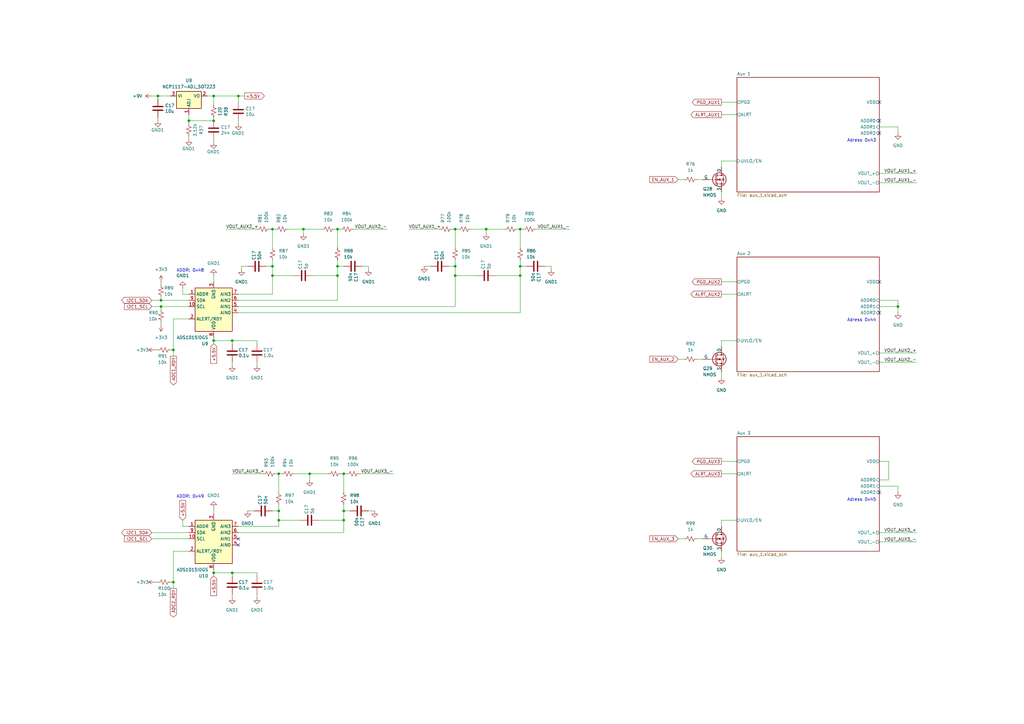
<source format=kicad_sch>
(kicad_sch (version 20230121) (generator eeschema)
  (paper "A3")
  (title_block (title "Bender 2024 Power Supply") (company "Boise State University") (comment 1 "GND  = Battery Ground") (comment 2 "GND1 = RP2040 Ground"))
  (lib_symbols
    (symbol "Analog_ADC:ADS1015IDGS"
      (property "Reference" "U" (at 2.54 13.97 0))
      (property "Value" "ADS1015IDGS" (at 7.62 11.43 0))
      (symbol "ADS1015IDGS_0_1"
        (rectangle (start -7.62 10.16) (end 7.62 -7.62) (stroke (width 0.254)) (fill (type background)))
      )
      (symbol "ADS1015IDGS_1_1"
        (pin input line (at 10.16 -5.08 180) (length 2.54) (name "ADDR") (number "1"))
        (pin input line (at 10.16 0 180) (length 2.54) (name "SCL") (number "10"))
        (pin output line (at 10.16 5.08 180) (length 2.54) (name "ALERT/RDY") (number "2"))
        (pin power_in line (at 0 -10.16 90) (length 2.54) (name "GND") (number "3"))
        (pin input line (at -10.16 2.54 0) (length 2.54) (name "AIN0") (number "4"))
        (pin input line (at -10.16 0 0) (length 2.54) (name "AIN1") (number "5"))
        (pin input line (at -10.16 -2.54 0) (length 2.54) (name "AIN2") (number "6"))
        (pin input line (at -10.16 -5.08 0) (length 2.54) (name "AIN3") (number "7"))
        (pin power_in line (at 0 12.7 270) (length 2.54) (name "VDD") (number "8"))
        (pin bidirectional line (at 10.16 -2.54 180) (length 2.54) (name "SDA") (number "9"))
      )
    )
    (symbol "Device:C" (pin_numbers hide) (pin_names (offset 0.254))
      (property "Reference" "C" (at 0.635 2.54 0))
      (property "Value" "C" (at 0.635 -2.54 0))
      (symbol "C_0_1"
        (polyline (pts (xy -2.032 -0.762) (xy 2.032 -0.762)) (stroke (width 0.508)))
        (polyline (pts (xy -2.032 0.762) (xy 2.032 0.762)) (stroke (width 0.508)))
      )
      (symbol "C_1_1"
        (pin passive line (at 0 3.81 270) (length 2.794) (name "~") (number "1"))
        (pin passive line (at 0 -3.81 90) (length 2.794) (name "~") (number "2"))
      )
    )
    (symbol "Device:R_Small_US" (pin_numbers hide) (pin_names (offset 0.254) hide)
      (property "Reference" "R" (at 0.762 0.508 0))
      (property "Value" "R_Small_US" (at 0.762 -1.016 0))
      (symbol "R_Small_US_1_1"
        (polyline (pts (xy 0 0) (xy 1.016 -0.381) (xy 0 -0.762) (xy -1.016 -1.143) (xy 0 -1.524)))
        (polyline (pts (xy 0 1.524) (xy 1.016 1.143) (xy 0 0.762) (xy -1.016 0.381) (xy 0 0)))
        (pin passive line (at 0 2.54 270) (length 1.016) (name "~") (number "1"))
        (pin passive line (at 0 -2.54 90) (length 1.016) (name "~") (number "2"))
      )
    )
    (symbol "NMOS_1" (pin_numbers hide) (pin_names (offset 0))
      (property "Reference" "Q" (at 5.08 1.27 0))
      (property "Value" "NMOS" (at 5.08 -1.27 0))
      (symbol "NMOS_1_0_1"
        (polyline (pts (xy 0.254 0) (xy -2.54 0)))
        (polyline (pts (xy 0.254 1.905) (xy 0.254 -1.905)) (stroke (width 0.254)))
        (polyline (pts (xy 0.762 -1.27) (xy 0.762 -2.286)) (stroke (width 0.254)))
        (polyline (pts (xy 0.762 0.508) (xy 0.762 -0.508)) (stroke (width 0.254)))
        (polyline (pts (xy 0.762 2.286) (xy 0.762 1.27)) (stroke (width 0.254)))
        (polyline (pts (xy 2.54 2.54) (xy 2.54 1.778)))
        (polyline (pts (xy 2.54 -2.54) (xy 2.54 0) (xy 0.762 0)))
        (polyline (pts (xy 0.762 -1.778) (xy 3.302 -1.778) (xy 3.302 1.778) (xy 0.762 1.778)))
        (polyline (pts (xy 1.016 0) (xy 2.032 0.381) (xy 2.032 -0.381) (xy 1.016 0)) (fill (type outline)))
        (polyline (pts (xy 2.794 0.508) (xy 2.921 0.381) (xy 3.683 0.381) (xy 3.81 0.254)))
        (polyline (pts (xy 3.302 0.381) (xy 2.921 -0.254) (xy 3.683 -0.254) (xy 3.302 0.381)))
        (circle (center 1.651 0) (radius 2.794) (stroke (width 0.254)))
        (circle (center 2.54 -1.778) (radius 0.254) (fill (type outline)))
        (circle (center 2.54 1.778) (radius 0.254) (fill (type outline)))
      )
      (symbol "NMOS_1_1_1"
        (pin passive line (at 2.54 5.08 270) (length 2.54) (name "D") (number "1") (alternate "" input line))
        (pin input line (at -5.08 0 0) (length 2.54) (name "G") (number "2") (alternate "" input line))
        (pin passive line (at 2.54 -5.08 90) (length 2.54) (name "S") (number "3") (alternate "" input line))
      )
    )
    (symbol "NMOS_2" (pin_numbers hide) (pin_names (offset 0))
      (property "Reference" "Q" (at 5.08 1.27 0))
      (property "Value" "NMOS" (at 5.08 -1.27 0))
      (symbol "NMOS_2_0_1"
        (polyline (pts (xy 0.254 0) (xy -2.54 0)))
        (polyline (pts (xy 0.254 1.905) (xy 0.254 -1.905)) (stroke (width 0.254)))
        (polyline (pts (xy 0.762 -1.27) (xy 0.762 -2.286)) (stroke (width 0.254)))
        (polyline (pts (xy 0.762 0.508) (xy 0.762 -0.508)) (stroke (width 0.254)))
        (polyline (pts (xy 0.762 2.286) (xy 0.762 1.27)) (stroke (width 0.254)))
        (polyline (pts (xy 2.54 2.54) (xy 2.54 1.778)))
        (polyline (pts (xy 2.54 -2.54) (xy 2.54 0) (xy 0.762 0)))
        (polyline (pts (xy 0.762 -1.778) (xy 3.302 -1.778) (xy 3.302 1.778) (xy 0.762 1.778)))
        (polyline (pts (xy 1.016 0) (xy 2.032 0.381) (xy 2.032 -0.381) (xy 1.016 0)) (fill (type outline)))
        (polyline (pts (xy 2.794 0.508) (xy 2.921 0.381) (xy 3.683 0.381) (xy 3.81 0.254)))
        (polyline (pts (xy 3.302 0.381) (xy 2.921 -0.254) (xy 3.683 -0.254) (xy 3.302 0.381)))
        (circle (center 1.651 0) (radius 2.794) (stroke (width 0.254)))
        (circle (center 2.54 -1.778) (radius 0.254) (fill (type outline)))
        (circle (center 2.54 1.778) (radius 0.254) (fill (type outline)))
      )
      (symbol "NMOS_2_1_1"
        (pin passive line (at 2.54 5.08 270) (length 2.54) (name "D") (number "1") (alternate "" input line))
        (pin input line (at -5.08 0 0) (length 2.54) (name "G") (number "2") (alternate "" input line))
        (pin passive line (at 2.54 -5.08 90) (length 2.54) (name "S") (number "3") (alternate "" input line))
      )
    )
    (symbol "Regulator_Linear:NCP1117-ADJ_SOT223"
      (property "Reference" "U" (at -3.81 3.175 0))
      (property "Value" "NCP1117-ADJ_SOT223" (at 0 3.175 0))
      (symbol "NCP1117-ADJ_SOT223_0_1"
        (rectangle (start -5.08 -5.08) (end 5.08 1.905) (stroke (width 0.254)) (fill (type background)))
      )
      (symbol "NCP1117-ADJ_SOT223_1_1"
        (pin input line (at 0 -7.62 90) (length 2.54) (name "ADJ") (number "1"))
        (pin power_out line (at 7.62 0 180) (length 2.54) (name "VO") (number "2"))
        (pin power_in line (at -7.62 0 0) (length 2.54) (name "VI") (number "3"))
      )
    )
    (symbol "Simulation_SPICE:NMOS" (pin_numbers hide) (pin_names (offset 0))
      (property "Reference" "Q" (at 5.08 1.27 0))
      (property "Value" "NMOS" (at 5.08 -1.27 0))
      (symbol "NMOS_0_1"
        (polyline (pts (xy 0.254 0) (xy -2.54 0)))
        (polyline (pts (xy 0.254 1.905) (xy 0.254 -1.905)) (stroke (width 0.254)))
        (polyline (pts (xy 0.762 -1.27) (xy 0.762 -2.286)) (stroke (width 0.254)))
        (polyline (pts (xy 0.762 0.508) (xy 0.762 -0.508)) (stroke (width 0.254)))
        (polyline (pts (xy 0.762 2.286) (xy 0.762 1.27)) (stroke (width 0.254)))
        (polyline (pts (xy 2.54 2.54) (xy 2.54 1.778)))
        (polyline (pts (xy 2.54 -2.54) (xy 2.54 0) (xy 0.762 0)))
        (polyline (pts (xy 0.762 -1.778) (xy 3.302 -1.778) (xy 3.302 1.778) (xy 0.762 1.778)))
        (polyline (pts (xy 1.016 0) (xy 2.032 0.381) (xy 2.032 -0.381) (xy 1.016 0)) (fill (type outline)))
        (polyline (pts (xy 2.794 0.508) (xy 2.921 0.381) (xy 3.683 0.381) (xy 3.81 0.254)))
        (polyline (pts (xy 3.302 0.381) (xy 2.921 -0.254) (xy 3.683 -0.254) (xy 3.302 0.381)))
        (circle (center 1.651 0) (radius 2.794) (stroke (width 0.254)))
        (circle (center 2.54 -1.778) (radius 0.254) (fill (type outline)))
        (circle (center 2.54 1.778) (radius 0.254) (fill (type outline)))
      )
      (symbol "NMOS_1_1"
        (pin passive line (at 2.54 5.08 270) (length 2.54) (name "D") (number "1") (alternate "" input line))
        (pin input line (at -5.08 0 0) (length 2.54) (name "G") (number "2") (alternate "" input line))
        (pin passive line (at 2.54 -5.08 90) (length 2.54) (name "S") (number "3") (alternate "" input line))
      )
    )
    (symbol "power:+3V3" (power) (pin_names (offset 0))
      (property "Value" "+3V3" (at 0 3.556 0))
      (symbol "+3V3_0_1"
        (polyline (pts (xy -0.762 1.27) (xy 0 2.54)))
        (polyline (pts (xy 0 0) (xy 0 2.54)))
        (polyline (pts (xy 0 2.54) (xy 0.762 1.27)))
      )
      (symbol "+3V3_1_1"
        (pin power_in line (at 0 0 90) (length 0) hide (name "+3V3") (number "1"))
      )
    )
    (symbol "power:+9V" (power) (pin_names (offset 0))
      (property "Value" "+9V" (at 0 3.556 0))
      (symbol "+9V_0_1"
        (polyline (pts (xy -0.762 1.27) (xy 0 2.54)))
        (polyline (pts (xy 0 0) (xy 0 2.54)))
        (polyline (pts (xy 0 2.54) (xy 0.762 1.27)))
      )
      (symbol "+9V_1_1"
        (pin power_in line (at 0 0 90) (length 0) hide (name "+9V") (number "1"))
      )
    )
    (symbol "power:GND" (power) (pin_names (offset 0))
      (property "Value" "GND" (at 0 -3.81 0))
      (symbol "GND_0_1"
        (polyline (pts (xy 0 0) (xy 0 -1.27) (xy 1.27 -1.27) (xy 0 -2.54) (xy -1.27 -1.27) (xy 0 -1.27)))
      )
      (symbol "GND_1_1"
        (pin power_in line (at 0 0 270) (length 0) hide (name "GND") (number "1"))
      )
    )
    (symbol "power:GND1" (power) (pin_names (offset 0))
      (property "Value" "GND1" (at 0 -3.81 0))
      (symbol "GND1_0_1"
        (polyline (pts (xy 0 0) (xy 0 -1.27) (xy 1.27 -1.27) (xy 0 -2.54) (xy -1.27 -1.27) (xy 0 -1.27)))
      )
      (symbol "GND1_1_1"
        (pin power_in line (at 0 0 270) (length 0) hide (name "GND1") (number "1"))
      )
    )
  )
  (junction (at 64.77 39.37))
  (junction (at 114.3 209.55))
  (junction (at 213.36 113.03))
  (junction (at 213.36 93.98))
  (junction (at 213.36 109.22))
  (junction (at 186.69 113.03))
  (junction (at 114.3 194.31))
  (junction (at 111.76 113.03))
  (junction (at 71.12 238.76))
  (junction (at 186.69 109.22))
  (junction (at 95.25 139.7))
  (junction (at 87.63 139.7))
  (junction (at 87.63 49.53))
  (junction (at 111.76 109.22))
  (junction (at 124.46 93.98))
  (junction (at 97.79 39.37))
  (junction (at 186.69 93.98))
  (junction (at 66.04 123.19))
  (junction (at 95.25 234.95))
  (junction (at 111.76 93.98))
  (junction (at 77.47 49.53))
  (junction (at 87.63 234.95))
  (junction (at 127 194.31))
  (junction (at 114.3 213.36))
  (junction (at 140.97 213.36))
  (junction (at 138.43 109.22))
  (junction (at 199.39 93.98))
  (junction (at 140.97 209.55))
  (junction (at 71.12 143.51))
  (junction (at 87.63 39.37))
  (junction (at 138.43 93.98))
  (junction (at 368.3 125.73))
  (junction (at 138.43 113.03))
  (junction (at 140.97 194.31))
  (junction (at 66.04 125.73))
  (no_connect (at 360.68 128.27))
  (no_connect (at 360.68 115.57))
  (no_connect (at 360.68 54.61))
  (no_connect (at 97.79 223.52))
  (no_connect (at 97.79 220.98))
  (no_connect (at 360.68 49.53))
  (no_connect (at 360.68 41.91))
  (no_connect (at 360.68 201.93))
  (wire (pts (xy 186.69 93.98) (xy 186.69 101.6)))
  (wire (pts (xy 87.63 115.57) (xy 87.63 113.03)))
  (wire (pts (xy 74.93 118.11) (xy 74.93 120.65)))
  (wire (pts (xy 87.63 210.82) (xy 87.63 208.28)))
  (wire (pts (xy 186.69 113.03) (xy 195.58 113.03)))
  (wire (pts (xy 105.41 148.59) (xy 105.41 149.86)))
  (wire (pts (xy 77.47 120.65) (xy 74.93 120.65)))
  (wire (pts (xy 62.23 220.98) (xy 77.47 220.98)))
  (wire (pts (xy 77.47 46.99) (xy 77.47 49.53)))
  (wire (pts (xy 186.69 106.68) (xy 186.69 109.22)))
  (wire (pts (xy 66.04 125.73) (xy 62.23 125.73)))
  (wire (pts (xy 128.27 113.03) (xy 138.43 113.03)))
  (wire (pts (xy 360.68 52.07) (xy 368.3 52.07)))
  (wire (pts (xy 295.91 78.74) (xy 295.91 81.28)))
  (wire (pts (xy 295.91 213.36) (xy 302.26 213.36)))
  (wire (pts (xy 138.43 109.22) (xy 138.43 113.03)))
  (wire (pts (xy 219.71 93.98) (xy 233.68 93.98)))
  (wire (pts (xy 87.63 234.95) (xy 95.25 234.95)))
  (wire (pts (xy 140.97 213.36) (xy 140.97 218.44)))
  (wire (pts (xy 87.63 234.95) (xy 87.63 233.68)))
  (wire (pts (xy 71.12 238.76) (xy 71.12 226.06)))
  (wire (pts (xy 278.13 220.98) (xy 280.67 220.98)))
  (wire (pts (xy 295.91 139.7) (xy 295.91 142.24)))
  (wire (pts (xy 213.36 109.22) (xy 213.36 113.03)))
  (wire (pts (xy 295.91 66.04) (xy 295.91 68.58)))
  (wire (pts (xy 111.76 93.98) (xy 111.76 101.6)))
  (wire (pts (xy 87.63 140.97) (xy 87.63 139.7)))
  (wire (pts (xy 111.76 113.03) (xy 111.76 120.65)))
  (wire (pts (xy 97.79 39.37) (xy 97.79 41.91)))
  (wire (pts (xy 95.25 234.95) (xy 95.25 236.22)))
  (wire (pts (xy 77.47 125.73) (xy 66.04 125.73)))
  (wire (pts (xy 140.97 194.31) (xy 140.97 201.93)))
  (wire (pts (xy 167.64 93.98) (xy 180.34 93.98)))
  (wire (pts (xy 127 196.85) (xy 127 194.31)))
  (wire (pts (xy 87.63 49.53) (xy 77.47 49.53)))
  (wire (pts (xy 360.68 144.78) (xy 375.92 144.78)))
  (wire (pts (xy 213.36 93.98) (xy 213.36 101.6)))
  (wire (pts (xy 360.68 189.23) (xy 364.49 189.23)))
  (wire (pts (xy 111.76 109.22) (xy 111.76 113.03)))
  (wire (pts (xy 212.09 93.98) (xy 213.36 93.98)))
  (wire (pts (xy 95.25 194.31) (xy 107.95 194.31)))
  (wire (pts (xy 114.3 209.55) (xy 114.3 213.36)))
  (wire (pts (xy 226.06 109.22) (xy 223.52 109.22)))
  (wire (pts (xy 71.12 146.05) (xy 71.12 143.51)))
  (wire (pts (xy 144.78 93.98) (xy 158.75 93.98)))
  (wire (pts (xy 124.46 93.98) (xy 118.11 93.98)))
  (wire (pts (xy 368.3 123.19) (xy 368.3 125.73)))
  (wire (pts (xy 114.3 194.31) (xy 115.57 194.31)))
  (wire (pts (xy 77.47 123.19) (xy 66.04 123.19)))
  (wire (pts (xy 130.81 213.36) (xy 140.97 213.36)))
  (wire (pts (xy 138.43 113.03) (xy 138.43 123.19)))
  (wire (pts (xy 113.03 194.31) (xy 114.3 194.31)))
  (wire (pts (xy 87.63 236.22) (xy 87.63 234.95)))
  (wire (pts (xy 199.39 93.98) (xy 207.01 93.98)))
  (wire (pts (xy 213.36 106.68) (xy 213.36 109.22)))
  (wire (pts (xy 111.76 106.68) (xy 111.76 109.22)))
  (wire (pts (xy 99.06 109.22) (xy 101.6 109.22)))
  (wire (pts (xy 71.12 130.81) (xy 77.47 130.81)))
  (wire (pts (xy 139.7 194.31) (xy 140.97 194.31)))
  (wire (pts (xy 360.68 218.44) (xy 375.92 218.44)))
  (wire (pts (xy 138.43 106.68) (xy 138.43 109.22)))
  (wire (pts (xy 368.3 199.39) (xy 368.3 201.93)))
  (wire (pts (xy 71.12 143.51) (xy 69.85 143.51)))
  (wire (pts (xy 66.04 115.57) (xy 66.04 116.84)))
  (wire (pts (xy 87.63 39.37) (xy 87.63 43.18)))
  (wire (pts (xy 186.69 109.22) (xy 186.69 113.03)))
  (wire (pts (xy 95.25 139.7) (xy 105.41 139.7)))
  (wire (pts (xy 111.76 120.65) (xy 97.79 120.65)))
  (wire (pts (xy 213.36 109.22) (xy 215.9 109.22)))
  (wire (pts (xy 151.13 109.22) (xy 151.13 110.49)))
  (wire (pts (xy 109.22 109.22) (xy 111.76 109.22)))
  (wire (pts (xy 186.69 93.98) (xy 187.96 93.98)))
  (wire (pts (xy 173.99 109.22) (xy 176.53 109.22)))
  (wire (pts (xy 87.63 57.15) (xy 87.63 58.42)))
  (wire (pts (xy 368.3 125.73) (xy 368.3 128.27)))
  (wire (pts (xy 64.77 238.76) (xy 63.5 238.76)))
  (wire (pts (xy 97.79 128.27) (xy 213.36 128.27)))
  (wire (pts (xy 105.41 234.95) (xy 105.41 236.22)))
  (wire (pts (xy 92.71 93.98) (xy 105.41 93.98)))
  (wire (pts (xy 87.63 139.7) (xy 87.63 138.43)))
  (wire (pts (xy 186.69 125.73) (xy 97.79 125.73)))
  (wire (pts (xy 186.69 113.03) (xy 186.69 125.73)))
  (wire (pts (xy 114.3 194.31) (xy 114.3 201.93)))
  (wire (pts (xy 140.97 209.55) (xy 140.97 213.36)))
  (wire (pts (xy 71.12 238.76) (xy 69.85 238.76)))
  (wire (pts (xy 97.79 39.37) (xy 100.33 39.37)))
  (wire (pts (xy 74.93 213.36) (xy 74.93 215.9)))
  (wire (pts (xy 364.49 189.23) (xy 364.49 196.85)))
  (wire (pts (xy 87.63 39.37) (xy 97.79 39.37)))
  (wire (pts (xy 77.47 215.9) (xy 74.93 215.9)))
  (wire (pts (xy 114.3 213.36) (xy 114.3 215.9)))
  (wire (pts (xy 213.36 113.03) (xy 213.36 128.27)))
  (wire (pts (xy 137.16 93.98) (xy 138.43 93.98)))
  (wire (pts (xy 124.46 95.885) (xy 124.46 93.98)))
  (wire (pts (xy 62.23 218.44) (xy 77.47 218.44)))
  (wire (pts (xy 148.59 109.22) (xy 151.13 109.22)))
  (wire (pts (xy 185.42 93.98) (xy 186.69 93.98)))
  (wire (pts (xy 140.97 207.01) (xy 140.97 209.55)))
  (wire (pts (xy 147.32 194.31) (xy 161.29 194.31)))
  (wire (pts (xy 140.97 194.31) (xy 142.24 194.31)))
  (wire (pts (xy 285.75 147.32) (xy 288.29 147.32)))
  (wire (pts (xy 95.25 234.95) (xy 105.41 234.95)))
  (wire (pts (xy 138.43 109.22) (xy 140.97 109.22)))
  (wire (pts (xy 360.68 74.93) (xy 375.92 74.93)))
  (wire (pts (xy 111.76 209.55) (xy 114.3 209.55)))
  (wire (pts (xy 138.43 93.98) (xy 139.7 93.98)))
  (wire (pts (xy 278.13 147.32) (xy 280.67 147.32)))
  (wire (pts (xy 97.79 123.19) (xy 138.43 123.19)))
  (wire (pts (xy 66.04 125.73) (xy 66.04 127)))
  (wire (pts (xy 360.68 199.39) (xy 368.3 199.39)))
  (wire (pts (xy 127 194.31) (xy 134.62 194.31)))
  (wire (pts (xy 295.91 120.65) (xy 302.26 120.65)))
  (wire (pts (xy 295.91 213.36) (xy 295.91 215.9)))
  (wire (pts (xy 97.79 49.53) (xy 97.79 50.8)))
  (wire (pts (xy 360.68 125.73) (xy 368.3 125.73)))
  (wire (pts (xy 77.47 49.53) (xy 77.47 50.8)))
  (wire (pts (xy 95.25 243.84) (xy 95.25 245.11)))
  (wire (pts (xy 368.3 52.07) (xy 368.3 54.61)))
  (wire (pts (xy 295.91 152.4) (xy 295.91 154.94)))
  (wire (pts (xy 66.04 123.19) (xy 62.23 123.19)))
  (wire (pts (xy 87.63 139.7) (xy 95.25 139.7)))
  (wire (pts (xy 99.06 110.49) (xy 99.06 109.22)))
  (wire (pts (xy 295.91 66.04) (xy 302.26 66.04)))
  (wire (pts (xy 114.3 207.01) (xy 114.3 209.55)))
  (wire (pts (xy 71.12 226.06) (xy 77.47 226.06)))
  (wire (pts (xy 71.12 241.3) (xy 71.12 238.76)))
  (wire (pts (xy 199.39 93.98) (xy 193.04 93.98)))
  (wire (pts (xy 295.91 46.99) (xy 302.26 46.99)))
  (wire (pts (xy 295.91 189.23) (xy 302.26 189.23)))
  (wire (pts (xy 203.2 113.03) (xy 213.36 113.03)))
  (wire (pts (xy 360.68 71.12) (xy 375.92 71.12)))
  (wire (pts (xy 199.39 95.885) (xy 199.39 93.98)))
  (wire (pts (xy 111.76 93.98) (xy 113.03 93.98)))
  (wire (pts (xy 295.91 194.31) (xy 302.26 194.31)))
  (wire (pts (xy 184.15 109.22) (xy 186.69 109.22)))
  (wire (pts (xy 64.77 48.26) (xy 64.77 49.53)))
  (wire (pts (xy 66.04 132.08) (xy 66.04 133.35)))
  (wire (pts (xy 95.25 148.59) (xy 95.25 149.86)))
  (wire (pts (xy 295.91 139.7) (xy 302.26 139.7)))
  (wire (pts (xy 105.41 243.84) (xy 105.41 245.11)))
  (wire (pts (xy 151.13 209.55) (xy 153.67 209.55)))
  (wire (pts (xy 360.68 222.25) (xy 375.92 222.25)))
  (wire (pts (xy 140.97 209.55) (xy 143.51 209.55)))
  (wire (pts (xy 295.91 115.57) (xy 302.26 115.57)))
  (wire (pts (xy 364.49 196.85) (xy 360.68 196.85)))
  (wire (pts (xy 295.91 41.91) (xy 302.26 41.91)))
  (wire (pts (xy 64.77 39.37) (xy 64.77 40.64)))
  (wire (pts (xy 295.91 226.06) (xy 295.91 228.6)))
  (wire (pts (xy 114.3 215.9) (xy 97.79 215.9)))
  (wire (pts (xy 64.77 143.51) (xy 63.5 143.51)))
  (wire (pts (xy 226.06 110.49) (xy 226.06 109.22)))
  (wire (pts (xy 213.36 93.98) (xy 214.63 93.98)))
  (wire (pts (xy 95.25 139.7) (xy 95.25 140.97)))
  (wire (pts (xy 71.12 143.51) (xy 71.12 130.81)))
  (wire (pts (xy 114.3 213.36) (xy 123.19 213.36)))
  (wire (pts (xy 138.43 93.98) (xy 138.43 101.6)))
  (wire (pts (xy 285.75 220.98) (xy 288.29 220.98)))
  (wire (pts (xy 77.47 55.88) (xy 77.47 57.15)))
  (wire (pts (xy 124.46 93.98) (xy 132.08 93.98)))
  (wire (pts (xy 111.76 113.03) (xy 120.65 113.03)))
  (wire (pts (xy 127 194.31) (xy 120.65 194.31)))
  (wire (pts (xy 85.09 39.37) (xy 87.63 39.37)))
  (wire (pts (xy 62.23 39.37) (xy 64.77 39.37)))
  (wire (pts (xy 101.6 209.55) (xy 104.14 209.55)))
  (wire (pts (xy 278.13 73.66) (xy 280.67 73.66)))
  (wire (pts (xy 285.75 73.66) (xy 288.29 73.66)))
  (wire (pts (xy 97.79 218.44) (xy 140.97 218.44)))
  (wire (pts (xy 360.68 123.19) (xy 368.3 123.19)))
  (wire (pts (xy 360.68 148.59) (xy 375.92 148.59)))
  (wire (pts (xy 64.77 39.37) (xy 69.85 39.37)))
  (wire (pts (xy 66.04 121.92) (xy 66.04 123.19)))
  (wire (pts (xy 110.49 93.98) (xy 111.76 93.98)))
  (wire (pts (xy 105.41 139.7) (xy 105.41 140.97)))
  (wire (pts (xy 87.63 48.26) (xy 87.63 49.53)))
  (text "ADDR: 0x49" (at 72.39 204.47 0) (effects (font (size 1.27 1.27)) (justify left bottom)))
  (text "Adress 0x45" (at 359.41 205.74 0) (effects (font (size 1.27 1.27)) (justify right bottom)))
  (text "ADDR: 0x48" (at 72.39 111.76 0) (effects (font (size 1.27 1.27)) (justify left bottom)))
  (text "Adress 0x43" (at 359.41 58.42 0) (effects (font (size 1.27 1.27)) (justify right bottom)))
  (text "Adress 0x44" (at 359.41 132.08 0) (effects (font (size 1.27 1.27)) (justify right bottom)))
  (label "VOUT_AUX1_+" (at 375.92 71.12 180))
  (label "VOUT_AUX2_+" (at 375.92 144.78 180))
  (label "VOUT_AUX3_+" (at 95.25 194.31 0))
  (label "VOUT_AUX1_-" (at 233.68 93.98 180))
  (label "VOUT_AUX3_-" (at 161.29 194.31 180))
  (label "VOUT_AUX1_+" (at 167.64 93.98 0))
  (label "VOUT_AUX2_-" (at 375.92 148.59 180))
  (label "VOUT_AUX1_-" (at 375.92 74.93 180))
  (label "VOUT_AUX3_+" (at 375.92 218.44 180))
  (label "VOUT_AUX2_+" (at 92.71 93.98 0))
  (label "VOUT_AUX2_-" (at 158.75 93.98 180))
  (label "VOUT_AUX3_-" (at 375.92 222.25 180))
  (global_label "ALRT_AUX3" (shape output) (at 295.91 194.31 180) (property "Intersheetrefs" "${INTERSHEET_REFS}" (effects hide)))
  (global_label "PGD_AUX1" (shape output) (at 295.91 41.91 180) (property "Intersheetrefs" "${INTERSHEET_REFS}" (effects hide)))
  (global_label "PGD_AUX2" (shape output) (at 295.91 115.57 180) (property "Intersheetrefs" "${INTERSHEET_REFS}" (effects hide)))
  (global_label "PGD_AUX3" (shape output) (at 295.91 189.23 180) (property "Intersheetrefs" "${INTERSHEET_REFS}" (effects hide)))
  (global_label "EN_AUX_2" (shape input) (at 278.13 147.32 180) (property "Intersheetrefs" "${INTERSHEET_REFS}" (effects hide)))
  (global_label "ADC1_RDY" (shape output) (at 71.12 146.05 270) (property "Intersheetrefs" "${INTERSHEET_REFS}" (effects hide)))
  (global_label "I2C1_SDA" (shape bidirectional) (at 62.23 218.44 180) (property "Intersheetrefs" "${INTERSHEET_REFS}" (effects hide)))
  (global_label "ADC2_RDY" (shape output) (at 71.12 241.3 270) (property "Intersheetrefs" "${INTERSHEET_REFS}" (effects hide)))
  (global_label "+5.5V" (shape input) (at 87.63 236.22 270) (property "Intersheetrefs" "${INTERSHEET_REFS}" (effects hide)))
  (global_label "+5.5V" (shape input) (at 87.63 140.97 270) (property "Intersheetrefs" "${INTERSHEET_REFS}" (effects hide)))
  (global_label "+5.5V" (shape output) (at 100.33 39.37 0) (property "Intersheetrefs" "${INTERSHEET_REFS}" (effects hide)))
  (global_label "I2C1_SCL" (shape input) (at 62.23 125.73 180) (property "Intersheetrefs" "${INTERSHEET_REFS}" (effects hide)))
  (global_label "EN_AUX_3" (shape input) (at 278.13 220.98 180) (property "Intersheetrefs" "${INTERSHEET_REFS}" (effects hide)))
  (global_label "+5.5V" (shape input) (at 74.93 213.36 90) (property "Intersheetrefs" "${INTERSHEET_REFS}" (effects hide)))
  (global_label "ALRT_AUX2" (shape output) (at 295.91 120.65 180) (property "Intersheetrefs" "${INTERSHEET_REFS}" (effects hide)))
  (global_label "I2C1_SDA" (shape bidirectional) (at 62.23 123.19 180) (property "Intersheetrefs" "${INTERSHEET_REFS}" (effects hide)))
  (global_label "I2C1_SCL" (shape input) (at 62.23 220.98 180) (property "Intersheetrefs" "${INTERSHEET_REFS}" (effects hide)))
  (global_label "ALRT_AUX1" (shape output) (at 295.91 46.99 180) (property "Intersheetrefs" "${INTERSHEET_REFS}" (effects hide)))
  (global_label "EN_AUX_1" (shape input) (at 278.13 73.66 180) (property "Intersheetrefs" "${INTERSHEET_REFS}" (effects hide)))
  (symbol (lib_id "power:GND1") (at 151.13 110.49 0) (unit 1)
    (property "Reference" "#PWR0129" (effects hide))
    (property "Value" "GND1" (at 151.13 115.57 0))
  )
  (symbol (lib_id "Device:C") (at 144.78 109.22 270) (unit 1)
    (property "Reference" "C17" (at 146.05 111.76 0) (effects (justify left)))
    (property "Value" "50n" (at 143.7386 111.76 0) (effects (justify left)))
    (property "Footprint" "Capacitor_SMD:C_0402_1005Metric" (effects hide))
    (instances (project "RP2040_minimal" (path "" (reference "C17") (unit 1))) (project "2023-24_Power_Supply" (path "" (reference "C36") (unit 1)) (path "" (reference "C53") (unit 1))))
  )
  (symbol (lib_id "power:GND1") (at 105.41 149.86 0) (unit 1)
    (property "Reference" "#PWR0135" (effects hide))
    (property "Value" "GND1" (at 105.41 154.94 0))
  )
  (symbol (lib_id "Device:R_Small_US") (at 107.95 93.98 90) (unit 1)
    (property "Reference" "R81" (at 106.68 91.44 0) (effects (justify left)))
    (property "Value" "100k" (at 109.22 91.44 0) (effects (justify left)))
    (property "Footprint" "Resistor_SMD:R_0603_1608Metric" (effects hide))
  )
  (symbol (lib_id "power:GND") (at 295.91 228.6 0) (unit 1)
    (property "Reference" "#PWR034" (effects hide))
    (property "Value" "GND" (at 295.91 233.68 0))
    (instances (project "2023-24_Power_Supply" (path "" (reference "#PWR034") (unit 1)) (path "" (reference "#PWR0142") (unit 1))))
  )
  (symbol (lib_id "power:+3V3") (at 63.5 143.51 90) (unit 1)
    (property "Reference" "#PWR011" (effects hide))
    (property "Value" "+3V3" (at 58.42 143.51 90))
    (instances (project "2023-24_Power_Supply" (path "" (reference "#PWR011") (unit 1)) (path "" (reference "#PWR0133") (unit 1))))
  )
  (symbol (lib_id "Device:R_Small_US") (at 186.69 104.14 180) (unit 1)
    (property "Reference" "R85" (at 189.23 102.87 0) (effects (justify right)))
    (property "Value" "10k" (at 189.23 105.41 0) (effects (justify right)))
    (property "Footprint" "Resistor_SMD:R_0603_1608Metric" (effects hide))
  )
  (symbol (lib_id "Device:R_Small_US") (at 67.31 238.76 270) (unit 1)
    (property "Reference" "R100" (at 64.77 241.3 90) (effects (justify left)))
    (property "Value" "10k" (at 64.77 243.84 90) (effects (justify left)))
    (property "Footprint" "Resistor_SMD:R_0603_1608Metric" (effects hide))
  )
  (symbol (lib_id "Simulation_SPICE:NMOS") (at 293.37 220.98 0) (unit 1)
    (property "Reference" "Q30" (at 288.29 224.79 0) (effects (justify left)))
    (property "Value" "NMOS" (at 288.29 227.33 0) (effects (justify left)))
    (property "Footprint" "Package_TO_SOT_SMD:SOT-23-3" (effects hide))
    (property "Datasheet" "https://www.mouser.com/datasheet/2/916/2N7002NXAK-1623722.pdf" (effects hide))
    (property "Sim.Device" "NMOS" (effects hide))
    (property "Sim.Type" "VDMOS" (effects hide))
    (property "Sim.Pins" "1=G 2=S 3=D" (effects hide))
    (property "MPN" "2N7002NXAKR" (effects hide))
    (property "Manufacturer" "Nexperia" (effects hide))
    (pin "3" (alternate "D"))
    (pin "2" (alternate "S"))
    (pin "1" (alternate "G"))
  )
  (symbol (lib_id "Device:C") (at 199.39 113.03 90) (unit 1)
    (property "Reference" "C17" (at 198.12 110.49 0) (effects (justify left)))
    (property "Value" "5p" (at 200.4314 110.49 0) (effects (justify left)))
    (property "Footprint" "Capacitor_SMD:C_0402_1005Metric" (effects hide))
    (instances (project "RP2040_minimal" (path "" (reference "C17") (unit 1))) (project "2023-24_Power_Supply" (path "" (reference "C36") (unit 1)) (path "" (reference "C54") (unit 1))))
  )
  (symbol (lib_id "Device:C") (at 105.41 109.22 90) (unit 1)
    (property "Reference" "C17" (at 104.14 106.68 0) (effects (justify left)))
    (property "Value" "50n" (at 106.4514 106.68 0) (effects (justify left)))
    (property "Footprint" "Capacitor_SMD:C_0402_1005Metric" (effects hide))
    (instances (project "RP2040_minimal" (path "" (reference "C17") (unit 1))) (project "2023-24_Power_Supply" (path "" (reference "C36") (unit 1)) (path "" (reference "C52") (unit 1))))
  )
  (symbol (lib_id "power:GND") (at 368.3 201.93 0) (unit 1)
    (property "Reference" "#PWR0115" (effects hide))
    (property "Value" "GND" (at 368.3 207.01 0))
    (instances (project "2023-24_Power_Supply" (path "" (reference "#PWR0115") (unit 1)) (path "" (reference "#PWR0138") (unit 1))))
  )
  (symbol (lib_id "Device:R_Small_US") (at 213.36 104.14 180) (unit 1)
    (property "Reference" "R86" (at 215.9 102.87 0) (effects (justify right)))
    (property "Value" "10k" (at 215.9 105.41 0) (effects (justify right)))
    (property "Footprint" "Resistor_SMD:R_0603_1608Metric" (effects hide))
  )
  (symbol (lib_id "Device:R_Small_US") (at 283.21 147.32 90) (unit 1)
    (property "Reference" "R92" (at 283.21 140.97 90))
    (property "Value" "1k" (at 283.21 143.51 90))
    (property "Footprint" "Resistor_SMD:R_0603_1608Metric" (effects hide))
  )
  (symbol (lib_id "Device:R_Small_US") (at 283.21 220.98 90) (unit 1)
    (property "Reference" "R99" (at 283.21 214.63 90))
    (property "Value" "1k" (at 283.21 217.17 90))
    (property "Footprint" "Resistor_SMD:R_0603_1608Metric" (effects hide))
  )
  (symbol (lib_id "power:GND1") (at 127 196.85 0) (unit 1)
    (property "Reference" "#PWR0137" (effects hide))
    (property "Value" "GND1" (at 127 201.93 0))
  )
  (symbol (lib_name "NMOS_1") (lib_id "Simulation_SPICE:NMOS") (at 293.37 73.66 0) (unit 1)
    (property "Reference" "Q28" (at 288.29 77.47 0) (effects (justify left)))
    (property "Value" "NMOS" (at 288.29 80.01 0) (effects (justify left)))
    (property "Footprint" "Package_TO_SOT_SMD:SOT-23-3" (effects hide))
    (property "Datasheet" "https://www.mouser.com/datasheet/2/916/2N7002NXAK-1623722.pdf" (effects hide))
    (property "Sim.Device" "NMOS" (effects hide))
    (property "Sim.Type" "VDMOS" (effects hide))
    (property "Sim.Pins" "1=G 2=S 3=D" (effects hide))
    (property "MPN" "2N7002NXAKR" (effects hide))
    (property "Manufacturer" "Nexperia" (effects hide))
    (pin "3" (alternate "D"))
    (pin "2" (alternate "S"))
    (pin "1" (alternate "G"))
  )
  (symbol (lib_id "Device:C") (at 105.41 144.78 0) (unit 1)
    (property "Reference" "C17" (at 107.95 143.51 0) (effects (justify left)))
    (property "Value" "1.0u" (at 107.95 145.8214 0) (effects (justify left)))
    (property "Footprint" "Capacitor_SMD:C_0402_1005Metric" (effects hide))
    (instances (project "RP2040_minimal" (path "" (reference "C17") (unit 1))) (project "2023-24_Power_Supply" (path "" (reference "C36") (unit 1)) (path "" (reference "C57") (unit 1))))
  )
  (symbol (lib_id "Device:R_Small_US") (at 138.43 104.14 180) (unit 1)
    (property "Reference" "R88" (at 140.97 102.87 0) (effects (justify right)))
    (property "Value" "10k" (at 140.97 105.41 0) (effects (justify right)))
    (property "Footprint" "Resistor_SMD:R_0603_1608Metric" (effects hide))
  )
  (symbol (lib_id "Device:C") (at 97.79 45.72 0) (unit 1)
    (property "Reference" "C17" (at 100.711 44.5516 0) (effects (justify left)))
    (property "Value" "10u" (at 100.711 46.863 0) (effects (justify left)))
    (property "Footprint" "Capacitor_SMD:C_0805_2012Metric" (effects hide))
    (property "Datasheet" "https://www.mouser.com/datasheet/2/447/KEM_C1006_X5R_SMD-3316465.pdf" (effects hide))
    (property "MPN" "C0805C106K3PAC7210" (effects hide))
    (property "Manufacturer" "Kemet" (effects hide))
    (instances (project "RP2040_minimal" (path "" (reference "C17") (unit 1))) (project "2023-24_Power_Supply" (path "" (reference "C38") (unit 1)) (path "" (reference "C48") (unit 1))))
  )
  (symbol (lib_id "Device:R_Small_US") (at 144.78 194.31 90) (unit 1)
    (property "Reference" "R96" (at 144.78 187.96 90))
    (property "Value" "100k" (at 144.78 190.5 90))
    (property "Footprint" "Resistor_SMD:R_0603_1608Metric" (effects hide))
  )
  (symbol (lib_id "power:GND1") (at 105.41 245.11 0) (unit 1)
    (property "Reference" "#PWR0145" (effects hide))
    (property "Value" "GND1" (at 105.41 250.19 0))
  )
  (symbol (lib_id "Device:R_Small_US") (at 67.31 143.51 270) (unit 1)
    (property "Reference" "R91" (at 64.77 146.05 90) (effects (justify left)))
    (property "Value" "10k" (at 64.77 148.59 90) (effects (justify left)))
    (property "Footprint" "Resistor_SMD:R_0603_1608Metric" (effects hide))
  )
  (symbol (lib_id "power:GND1") (at 97.79 50.8 0) (unit 1)
    (property "Reference" "#PWR086" (effects hide))
    (property "Value" "GND1" (at 100.33 54.61 0) (effects (justify right)))
    (instances (project "2023-24_Power_Supply" (path "" (reference "#PWR086") (unit 1)) (path "" (reference "#PWR0117") (unit 1))))
  )
  (symbol (lib_id "Device:C") (at 107.95 209.55 90) (unit 1)
    (property "Reference" "C17" (at 106.68 207.01 0) (effects (justify left)))
    (property "Value" "50n" (at 108.9914 207.01 0) (effects (justify left)))
    (property "Footprint" "Capacitor_SMD:C_0402_1005Metric" (effects hide))
    (instances (project "RP2040_minimal" (path "" (reference "C17") (unit 1))) (project "2023-24_Power_Supply" (path "" (reference "C36") (unit 1)) (path "" (reference "C58") (unit 1))))
  )
  (symbol (lib_id "Device:R_Small_US") (at 142.24 93.98 90) (unit 1)
    (property "Reference" "R84" (at 142.24 87.63 90))
    (property "Value" "100k" (at 142.24 90.17 90))
    (property "Footprint" "Resistor_SMD:R_0603_1608Metric" (effects hide))
  )
  (symbol (lib_id "power:GND") (at 368.3 128.27 0) (unit 1)
    (property "Reference" "#PWR0115" (effects hide))
    (property "Value" "GND" (at 368.3 133.35 0))
    (instances (project "2023-24_Power_Supply" (path "" (reference "#PWR0115") (unit 1)) (path "" (reference "#PWR0131") (unit 1))))
  )
  (symbol (lib_id "Device:R_Small_US") (at 134.62 93.98 90) (unit 1)
    (property "Reference" "R83" (at 134.62 87.63 90))
    (property "Value" "10k" (at 134.62 90.17 90))
    (property "Footprint" "Resistor_SMD:R_0603_1608Metric" (effects hide))
  )
  (symbol (lib_id "power:GND1") (at 74.93 118.11 180) (unit 1)
    (property "Reference" "#PWR0130" (effects hide))
    (property "Value" "GND1" (at 74.93 113.03 0))
  )
  (symbol (lib_id "Device:C") (at 87.63 53.34 0) (unit 1)
    (property "Reference" "C17" (at 90.551 52.1716 0) (effects (justify left)))
    (property "Value" "24n" (at 90.551 54.483 0) (effects (justify left)))
    (property "Footprint" "Capacitor_SMD:C_0805_2012Metric" (effects hide))
    (property "Datasheet" "https://www.mouser.com/datasheet/2/447/KEM_C1086_U2J-3316409.pdf" (effects hide))
    (property "MPN" "C0603C242M3JAC7210" (effects hide))
    (property "Manufacturer" "Kemet" (effects hide))
    (instances (project "RP2040_minimal" (path "" (reference "C17") (unit 1))) (project "2023-24_Power_Supply" (path "" (reference "C38") (unit 1)) (path "" (reference "C49") (unit 1))))
  )
  (symbol (lib_id "Device:R_Small_US") (at 190.5 93.98 90) (unit 1)
    (property "Reference" "R78" (at 189.23 91.44 0) (effects (justify left)))
    (property "Value" "10k" (at 191.77 91.44 0) (effects (justify left)))
    (property "Footprint" "Resistor_SMD:R_0603_1608Metric" (effects hide))
  )
  (symbol (lib_id "power:GND1") (at 87.63 208.28 180) (unit 1)
    (property "Reference" "#PWR0139" (effects hide))
    (property "Value" "GND1" (at 87.63 203.2 0))
  )
  (symbol (lib_id "Device:R_Small_US") (at 66.04 129.54 0) (unit 1)
    (property "Reference" "R90" (at 60.96 128.27 0) (effects (justify left)))
    (property "Value" "10k" (at 60.96 130.81 0) (effects (justify left)))
    (property "Footprint" "Resistor_SMD:R_0603_1608Metric" (effects hide))
  )
  (symbol (lib_id "power:GND1") (at 95.25 245.11 0) (unit 1)
    (property "Reference" "#PWR0144" (effects hide))
    (property "Value" "GND1" (at 95.25 250.19 0))
  )
  (symbol (lib_id "Device:C") (at 64.77 44.45 0) (unit 1)
    (property "Reference" "C17" (at 67.691 43.2816 0) (effects (justify left)))
    (property "Value" "10u" (at 67.691 45.593 0) (effects (justify left)))
    (property "Footprint" "Capacitor_SMD:C_0805_2012Metric" (effects hide))
    (property "Datasheet" "https://www.mouser.com/datasheet/2/447/KEM_C1006_X5R_SMD-3316465.pdf" (effects hide))
    (property "MPN" "C0805C106K3PAC7210" (effects hide))
    (property "Manufacturer" "Kemet" (effects hide))
    (instances (project "RP2040_minimal" (path "" (reference "C17") (unit 1))) (project "2023-24_Power_Supply" (path "" (reference "C38") (unit 1)) (path "" (reference "C47") (unit 1))))
  )
  (symbol (lib_id "Device:R_Small_US") (at 115.57 93.98 90) (unit 1)
    (property "Reference" "R82" (at 114.3 91.44 0) (effects (justify left)))
    (property "Value" "10k" (at 116.84 91.44 0) (effects (justify left)))
    (property "Footprint" "Resistor_SMD:R_0603_1608Metric" (effects hide))
  )
  (symbol (lib_id "power:+3V3") (at 63.5 238.76 90) (unit 1)
    (property "Reference" "#PWR011" (effects hide))
    (property "Value" "+3V3" (at 58.42 238.76 90))
    (instances (project "2023-24_Power_Supply" (path "" (reference "#PWR011") (unit 1)) (path "" (reference "#PWR0143") (unit 1))))
  )
  (symbol (lib_id "Device:C") (at 105.41 240.03 0) (unit 1)
    (property "Reference" "C17" (at 107.95 238.76 0) (effects (justify left)))
    (property "Value" "1.0u" (at 107.95 241.0714 0) (effects (justify left)))
    (property "Footprint" "Capacitor_SMD:C_0402_1005Metric" (effects hide))
    (instances (project "RP2040_minimal" (path "" (reference "C17") (unit 1))) (project "2023-24_Power_Supply" (path "" (reference "C36") (unit 1)) (path "" (reference "C62") (unit 1))))
  )
  (symbol (lib_id "Device:C") (at 180.34 109.22 90) (unit 1)
    (property "Reference" "C17" (at 179.07 106.68 0) (effects (justify left)))
    (property "Value" "50n" (at 181.3814 106.68 0) (effects (justify left)))
    (property "Footprint" "Capacitor_SMD:C_0402_1005Metric" (effects hide))
    (instances (project "RP2040_minimal" (path "" (reference "C17") (unit 1))) (project "2023-24_Power_Supply" (path "" (reference "C36") (unit 1)) (path "" (reference "C50") (unit 1))))
  )
  (symbol (lib_id "power:GND") (at 295.91 154.94 0) (unit 1)
    (property "Reference" "#PWR034" (effects hide))
    (property "Value" "GND" (at 295.91 160.02 0))
    (instances (project "2023-24_Power_Supply" (path "" (reference "#PWR034") (unit 1)) (path "" (reference "#PWR0136") (unit 1))))
  )
  (symbol (lib_id "power:GND1") (at 95.25 149.86 0) (unit 1)
    (property "Reference" "#PWR0134" (effects hide))
    (property "Value" "GND1" (at 95.25 154.94 0))
  )
  (symbol (lib_id "Device:R_Small_US") (at 137.16 194.31 90) (unit 1)
    (property "Reference" "R95" (at 137.16 187.96 90))
    (property "Value" "10k" (at 137.16 190.5 90))
    (property "Footprint" "Resistor_SMD:R_0603_1608Metric" (effects hide))
  )
  (symbol (lib_id "Device:R_Small_US") (at 209.55 93.98 90) (unit 1)
    (property "Reference" "R79" (at 208.28 91.44 0) (effects (justify left)))
    (property "Value" "10k" (at 210.82 91.44 0) (effects (justify left)))
    (property "Footprint" "Resistor_SMD:R_0603_1608Metric" (effects hide))
  )
  (symbol (lib_id "power:GND1") (at 199.39 95.885 0) (unit 1)
    (property "Reference" "#PWR0123" (effects hide))
    (property "Value" "GND1" (at 199.39 100.965 0))
  )
  (symbol (lib_name "NMOS_2") (lib_id "Simulation_SPICE:NMOS") (at 293.37 147.32 0) (unit 1)
    (property "Reference" "Q29" (at 288.29 151.13 0) (effects (justify left)))
    (property "Value" "NMOS" (at 288.29 153.67 0) (effects (justify left)))
    (property "Footprint" "Package_TO_SOT_SMD:SOT-23-3" (effects hide))
    (property "Datasheet" "https://www.mouser.com/datasheet/2/916/2N7002NXAK-1623722.pdf" (effects hide))
    (property "Sim.Device" "NMOS" (effects hide))
    (property "Sim.Type" "VDMOS" (effects hide))
    (property "Sim.Pins" "1=G 2=S 3=D" (effects hide))
    (property "MPN" "2N7002NXAKR" (effects hide))
    (property "Manufacturer" "Nexperia" (effects hide))
    (pin "3" (alternate "D"))
    (pin "2" (alternate "S"))
    (pin "1" (alternate "G"))
  )
  (symbol (lib_id "Device:R_Small_US") (at 182.88 93.98 90) (unit 1)
    (property "Reference" "R77" (at 181.61 91.44 0) (effects (justify left)))
    (property "Value" "100k" (at 184.15 91.44 0) (effects (justify left)))
    (property "Footprint" "Resistor_SMD:R_0603_1608Metric" (effects hide))
  )
  (symbol (lib_id "power:GND1") (at 226.06 110.49 0) (unit 1)
    (property "Reference" "#PWR0127" (effects hide))
    (property "Value" "GND1" (at 226.06 115.57 0))
  )
  (symbol (lib_id "Device:C") (at 95.25 144.78 0) (unit 1)
    (property "Reference" "C17" (at 97.79 143.51 0) (effects (justify left)))
    (property "Value" "0.1u" (at 97.79 145.8214 0) (effects (justify left)))
    (property "Footprint" "Capacitor_SMD:C_0402_1005Metric" (effects hide))
    (instances (project "RP2040_minimal" (path "" (reference "C17") (unit 1))) (project "2023-24_Power_Supply" (path "" (reference "C36") (unit 1)) (path "" (reference "C56") (unit 1))))
  )
  (symbol (lib_id "power:GND1") (at 99.06 110.49 0) (unit 1)
    (property "Reference" "#PWR0128" (effects hide))
    (property "Value" "GND1" (at 99.06 115.57 0))
  )
  (symbol (lib_id "Device:C") (at 147.32 209.55 270) (unit 1)
    (property "Reference" "C17" (at 148.59 212.09 0) (effects (justify left)))
    (property "Value" "50n" (at 146.2786 212.09 0) (effects (justify left)))
    (property "Footprint" "Capacitor_SMD:C_0402_1005Metric" (effects hide))
    (instances (project "RP2040_minimal" (path "" (reference "C17") (unit 1))) (project "2023-24_Power_Supply" (path "" (reference "C36") (unit 1)) (path "" (reference "C59") (unit 1))))
  )
  (symbol (lib_id "power:GND1") (at 153.67 209.55 0) (unit 1)
    (property "Reference" "#PWR0141" (effects hide))
    (property "Value" "GND1" (at 153.67 214.63 0))
  )
  (symbol (lib_id "power:GND1") (at 87.63 113.03 180) (unit 1)
    (property "Reference" "#PWR0124" (effects hide))
    (property "Value" "GND1" (at 87.63 107.95 0))
  )
  (symbol (lib_id "Device:R_Small_US") (at 140.97 204.47 180) (unit 1)
    (property "Reference" "R98" (at 143.51 203.2 0) (effects (justify right)))
    (property "Value" "10k" (at 143.51 205.74 0) (effects (justify right)))
    (property "Footprint" "Resistor_SMD:R_0603_1608Metric" (effects hide))
  )
  (symbol (lib_id "Analog_ADC:ADS1015IDGS") (at 87.63 125.73 180) (unit 1)
    (property "Reference" "U9" (at 85.4359 140.97 0) (effects (justify left)))
    (property "Value" "ADS1015IDGS" (at 85.4359 138.43 0) (effects (justify left)))
    (property "Footprint" "Package_SO:TSSOP-10_3x3mm_P0.5mm" (effects hide))
    (property "Datasheet" "http://www.ti.com/lit/ds/symlink/ads1015.pdf" (effects hide))
  )
  (symbol (lib_id "Device:R_Small_US") (at 118.11 194.31 90) (unit 1)
    (property "Reference" "R94" (at 116.84 191.77 0) (effects (justify left)))
    (property "Value" "10k" (at 119.38 191.77 0) (effects (justify left)))
    (property "Footprint" "Resistor_SMD:R_0603_1608Metric" (effects hide))
  )
  (symbol (lib_id "power:GND1") (at 64.77 49.53 0) (unit 1)
    (property "Reference" "#PWR084" (effects hide))
    (property "Value" "GND1" (at 67.31 53.34 0) (effects (justify right)))
    (instances (project "2023-24_Power_Supply" (path "" (reference "#PWR084") (unit 1)) (path "" (reference "#PWR0116") (unit 1))))
  )
  (symbol (lib_id "power:+9V") (at 62.23 39.37 90) (unit 1)
    (property "Reference" "#PWR083" (effects hide))
    (property "Value" "+9V" (at 58.42 39.37 90) (effects (justify left)))
    (instances (project "2023-24_Power_Supply" (path "" (reference "#PWR083") (unit 1)) (path "" (reference "#PWR0115") (unit 1))))
  )
  (symbol (lib_id "Device:R_Small_US") (at 114.3 204.47 180) (unit 1)
    (property "Reference" "R97" (at 116.84 203.2 0) (effects (justify right)))
    (property "Value" "10k" (at 116.84 205.74 0) (effects (justify right)))
    (property "Footprint" "Resistor_SMD:R_0603_1608Metric" (effects hide))
  )
  (symbol (lib_id "power:GND1") (at 173.99 109.22 0) (unit 1)
    (property "Reference" "#PWR0125" (effects hide))
    (property "Value" "GND1" (at 173.99 114.3 0))
  )
  (symbol (lib_id "power:GND") (at 295.91 81.28 0) (unit 1)
    (property "Reference" "#PWR034" (effects hide))
    (property "Value" "GND" (at 295.91 86.36 0))
    (instances (project "2023-24_Power_Supply" (path "" (reference "#PWR034") (unit 1)) (path "" (reference "#PWR0121") (unit 1))))
  )
  (symbol (lib_id "power:GND") (at 368.3 54.61 0) (unit 1)
    (property "Reference" "#PWR0115" (effects hide))
    (property "Value" "GND" (at 368.3 59.69 0))
    (instances (project "2023-24_Power_Supply" (path "" (reference "#PWR0115") (unit 1)) (path "" (reference "#PWR0118") (unit 1))))
  )
  (symbol (lib_id "Device:R_Small_US") (at 111.76 104.14 180) (unit 1)
    (property "Reference" "R87" (at 114.3 102.87 0) (effects (justify right)))
    (property "Value" "10k" (at 114.3 105.41 0) (effects (justify right)))
    (property "Footprint" "Resistor_SMD:R_0603_1608Metric" (effects hide))
  )
  (symbol (lib_id "Device:R_Small_US") (at 283.21 73.66 90) (unit 1)
    (property "Reference" "R76" (at 283.21 67.31 90))
    (property "Value" "1k" (at 283.21 69.85 90))
    (property "Footprint" "Resistor_SMD:R_0603_1608Metric" (effects hide))
  )
  (symbol (lib_id "Device:R_Small_US") (at 87.63 45.72 0) (unit 1)
    (property "Reference" "R38" (at 92.71 45.72 90))
    (property "Value" "120" (at 90.17 45.72 90))
    (property "Footprint" "Resistor_SMD:R_0603_1608Metric" (effects hide))
    (property "MPN" "RT0603DRE07120RL" (effects hide))
    (instances (project "2023-24_Power_Supply" (path "" (reference "R38") (unit 1)) (path "" (reference "R74") (unit 1))))
  )
  (symbol (lib_id "power:GND1") (at 101.6 209.55 0) (unit 1)
    (property "Reference" "#PWR0140" (effects hide))
    (property "Value" "GND1" (at 101.6 214.63 0))
  )
  (symbol (lib_id "power:+3V3") (at 66.04 133.35 180) (unit 1)
    (property "Reference" "#PWR011" (effects hide))
    (property "Value" "+3V3" (at 66.04 138.43 0))
    (instances (project "2023-24_Power_Supply" (path "" (reference "#PWR011") (unit 1)) (path "" (reference "#PWR0132") (unit 1))))
  )
  (symbol (lib_id "Device:C") (at 219.71 109.22 270) (unit 1)
    (property "Reference" "C17" (at 220.98 111.76 0) (effects (justify left)))
    (property "Value" "50n" (at 218.6686 111.76 0) (effects (justify left)))
    (property "Footprint" "Capacitor_SMD:C_0402_1005Metric" (effects hide))
    (instances (project "RP2040_minimal" (path "" (reference "C17") (unit 1))) (project "2023-24_Power_Supply" (path "" (reference "C36") (unit 1)) (path "" (reference "C51") (unit 1))))
  )
  (symbol (lib_id "Analog_ADC:ADS1015IDGS") (at 87.63 220.98 180) (unit 1)
    (property "Reference" "U10" (at 85.4359 236.22 0) (effects (justify left)))
    (property "Value" "ADS1015IDGS" (at 85.4359 233.68 0) (effects (justify left)))
    (property "Footprint" "Package_SO:TSSOP-10_3x3mm_P0.5mm" (effects hide))
    (property "Datasheet" "http://www.ti.com/lit/ds/symlink/ads1015.pdf" (effects hide))
  )
  (symbol (lib_id "Regulator_Linear:NCP1117-ADJ_SOT223") (at 77.47 39.37 0) (unit 1)
    (property "Reference" "U9" (at 77.47 33.02 0))
    (property "Value" "NCP1117-ADJ_SOT223" (at 77.47 35.56 0))
    (property "Footprint" "Package_TO_SOT_SMD:SOT-223-3_TabPin2" (effects hide))
    (property "Datasheet" "http://www.onsemi.com/pub_link/Collateral/NCP1117-D.PDF" (effects hide))
    (instances (project "2023-24_Power_Supply" (path "" (reference "U9") (unit 1)) (path "" (reference "U8") (unit 1))))
  )
  (symbol (lib_id "power:GND1") (at 87.63 58.42 0) (unit 1)
    (property "Reference" "#PWR086" (effects hide))
    (property "Value" "GND1" (at 90.17 62.23 0) (effects (justify right)))
    (instances (project "2023-24_Power_Supply" (path "" (reference "#PWR086") (unit 1)) (path "" (reference "#PWR0120") (unit 1))))
  )
  (symbol (lib_id "Device:C") (at 124.46 113.03 90) (unit 1)
    (property "Reference" "C17" (at 123.19 110.49 0) (effects (justify left)))
    (property "Value" "5p" (at 125.5014 110.49 0) (effects (justify left)))
    (property "Footprint" "Capacitor_SMD:C_0402_1005Metric" (effects hide))
    (instances (project "RP2040_minimal" (path "" (reference "C17") (unit 1))) (project "2023-24_Power_Supply" (path "" (reference "C36") (unit 1)) (path "" (reference "C55") (unit 1))))
  )
  (symbol (lib_id "power:+3V3") (at 66.04 115.57 0) (unit 1)
    (property "Reference" "#PWR011" (effects hide))
    (property "Value" "+3V3" (at 66.04 110.49 0))
    (instances (project "2023-24_Power_Supply" (path "" (reference "#PWR011") (unit 1)) (path "" (reference "#PWR0126") (unit 1))))
  )
  (symbol (lib_id "Device:R_Small_US") (at 110.49 194.31 90) (unit 1)
    (property "Reference" "R93" (at 109.22 191.77 0) (effects (justify left)))
    (property "Value" "100k" (at 111.76 191.77 0) (effects (justify left)))
    (property "Footprint" "Resistor_SMD:R_0603_1608Metric" (effects hide))
  )
  (symbol (lib_id "Device:R_Small_US") (at 77.47 53.34 0) (unit 1)
    (property "Reference" "R37" (at 82.55 53.34 90))
    (property "Value" "3.12k" (at 80.01 53.34 90))
    (property "Footprint" "Resistor_SMD:R_0603_1608Metric" (effects hide))
    (property "MPN" "RT0603DRE073K12L" (effects hide))
    (instances (project "2023-24_Power_Supply" (path "" (reference "R37") (unit 1)) (path "" (reference "R75") (unit 1))))
  )
  (symbol (lib_id "Device:R_Small_US") (at 217.17 93.98 90) (unit 1)
    (property "Reference" "R80" (at 217.17 87.63 90))
    (property "Value" "100k" (at 217.17 90.17 90))
    (property "Footprint" "Resistor_SMD:R_0603_1608Metric" (effects hide))
  )
  (symbol (lib_id "Device:R_Small_US") (at 66.04 119.38 0) (unit 1)
    (property "Reference" "R89" (at 67.31 118.11 0) (effects (justify left)))
    (property "Value" "10k" (at 67.31 120.65 0) (effects (justify left)))
    (property "Footprint" "Resistor_SMD:R_0603_1608Metric" (effects hide))
  )
  (symbol (lib_id "power:GND1") (at 77.47 57.15 0) (unit 1)
    (property "Reference" "#PWR085" (effects hide))
    (property "Value" "GND1" (at 80.01 60.96 0) (effects (justify right)))
    (instances (project "2023-24_Power_Supply" (path "" (reference "#PWR085") (unit 1)) (path "" (reference "#PWR0119") (unit 1))))
  )
  (symbol (lib_id "Device:C") (at 95.25 240.03 0) (unit 1)
    (property "Reference" "C17" (at 97.79 238.76 0) (effects (justify left)))
    (property "Value" "0.1u" (at 97.79 241.0714 0) (effects (justify left)))
    (property "Footprint" "Capacitor_SMD:C_0402_1005Metric" (effects hide))
    (instances (project "RP2040_minimal" (path "" (reference "C17") (unit 1))) (project "2023-24_Power_Supply" (path "" (reference "C36") (unit 1)) (path "" (reference "C61") (unit 1))))
  )
  (symbol (lib_id "Device:C") (at 127 213.36 90) (unit 1)
    (property "Reference" "C17" (at 125.73 210.82 0) (effects (justify left)))
    (property "Value" "5p" (at 128.0414 210.82 0) (effects (justify left)))
    (property "Footprint" "Capacitor_SMD:C_0402_1005Metric" (effects hide))
    (instances (project "RP2040_minimal" (path "" (reference "C17") (unit 1))) (project "2023-24_Power_Supply" (path "" (reference "C36") (unit 1)) (path "" (reference "C60") (unit 1))))
  )
  (symbol (lib_id "power:GND1") (at 124.46 95.885 0) (unit 1)
    (property "Reference" "#PWR0122" (effects hide))
    (property "Value" "GND1" (at 124.46 100.965 0))
  )
  (sheet (at 302.26 105.41) (size 58.42 46.99) (stroke (width 0.1524))
    (property "Sheetname" "Aux 2" (at 302.26 104.6984 0) (effects (justify left bottom)))
    (property "Sheetfile" "aux_1.kicad_sch" (at 302.26 152.9846 0) (effects (justify left top)))
    (pin "ALRT" output (at 302.26 120.65 180))
    (pin "UVLO{slash}EN" input (at 302.26 139.7 180))
    (pin "VDD" output (at 360.68 115.57 0))
    (pin "PGD" output (at 302.26 115.57 180))
    (pin "ADDR2" input (at 360.68 128.27 0))
    (pin "ADDR0" input (at 360.68 123.19 0))
    (pin "ADDR1" input (at 360.68 125.73 0))
    (pin "VOUT_-" output (at 360.68 148.59 0))
    (pin "VOUT_+" output (at 360.68 144.78 0))
  )
  (sheet (at 302.26 179.07) (size 58.42 46.99) (stroke (width 0.1524))
    (property "Sheetname" "Aux 3" (at 302.26 178.3584 0) (effects (justify left bottom)))
    (property "Sheetfile" "aux_1.kicad_sch" (at 302.26 226.6446 0) (effects (justify left top)))
    (pin "ALRT" output (at 302.26 194.31 180))
    (pin "UVLO{slash}EN" input (at 302.26 213.36 180))
    (pin "VDD" output (at 360.68 189.23 0))
    (pin "PGD" output (at 302.26 189.23 180))
    (pin "ADDR2" input (at 360.68 201.93 0))
    (pin "ADDR0" input (at 360.68 196.85 0))
    (pin "ADDR1" input (at 360.68 199.39 0))
    (pin "VOUT_-" output (at 360.68 222.25 0))
    (pin "VOUT_+" output (at 360.68 218.44 0))
  )
  (sheet (at 302.26 31.75) (size 58.42 46.99) (stroke (width 0.1524))
    (property "Sheetname" "Aux 1" (at 302.26 31.0384 0) (effects (justify left bottom)))
    (property "Sheetfile" "aux_1.kicad_sch" (at 302.26 79.3246 0) (effects (justify left top)))
    (pin "ALRT" output (at 302.26 46.99 180))
    (pin "UVLO{slash}EN" input (at 302.26 66.04 180))
    (pin "VDD" output (at 360.68 41.91 0))
    (pin "PGD" output (at 302.26 41.91 180))
    (pin "ADDR2" input (at 360.68 54.61 0))
    (pin "ADDR0" input (at 360.68 49.53 0))
    (pin "ADDR1" input (at 360.68 52.07 0))
    (pin "VOUT_-" output (at 360.68 74.93 0))
    (pin "VOUT_+" output (at 360.68 71.12 0))
  )
)
</source>
